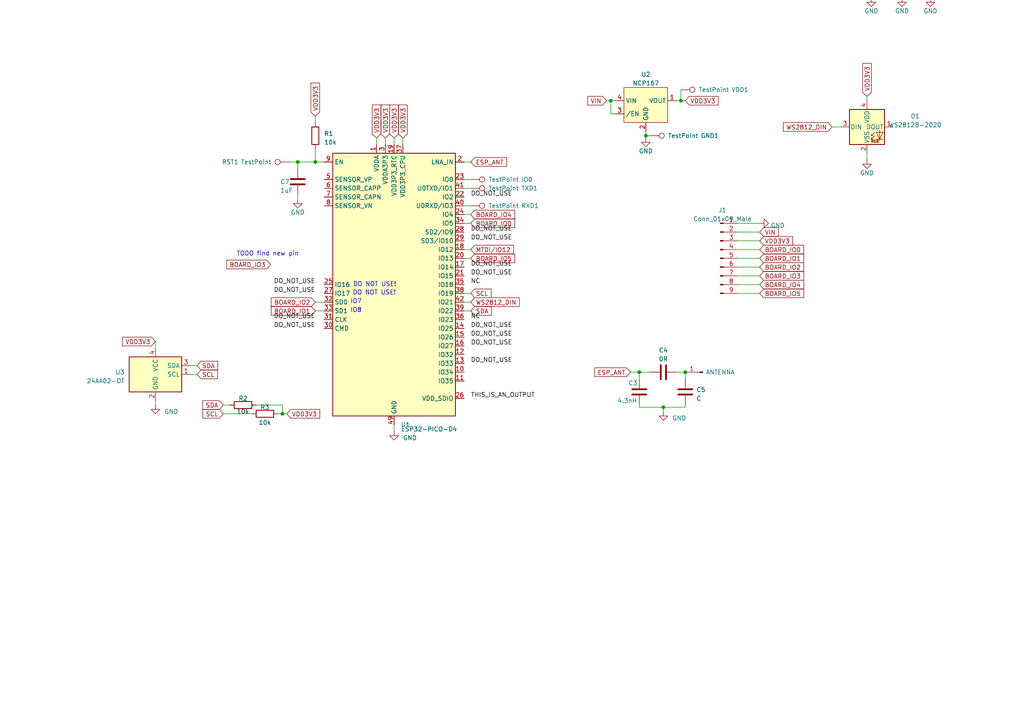
<source format=kicad_sch>
(kicad_sch (version 20220622) (generator eeschema)
  (paper "A4")
  (lib_symbols
    (symbol "Connector:Conn_01x01_Male" (pin_names (offset 1.016) hide)
      (property "Reference" "J" (at 0 2.54 0))
      (property "Value" "Conn_01x01_Male" (at 0 -2.54 0))
      (symbol "Conn_01x01_Male_1_1"
        (polyline (pts (xy 1.27 0) (xy 0.8636 0)) (stroke (width 0.1524)))
        (rectangle (start 0.8636 0.127) (end 0 -0.127) (stroke (width 0.1524)) (fill (type outline)))
        (pin passive line (at 5.08 0 180) (length 3.81) (name "Pin_1") (number "1"))
      )
    )
    (symbol "Connector:Conn_01x09_Male" (pin_names (offset 1.016) hide)
      (property "Reference" "J" (at 0 12.7 0))
      (property "Value" "Conn_01x09_Male" (at 0 -12.7 0))
      (symbol "Conn_01x09_Male_1_1"
        (polyline (pts (xy 1.27 -10.16) (xy 0.8636 -10.16)) (stroke (width 0.1524)))
        (polyline (pts (xy 1.27 -7.62) (xy 0.8636 -7.62)) (stroke (width 0.1524)))
        (polyline (pts (xy 1.27 -5.08) (xy 0.8636 -5.08)) (stroke (width 0.1524)))
        (polyline (pts (xy 1.27 -2.54) (xy 0.8636 -2.54)) (stroke (width 0.1524)))
        (polyline (pts (xy 1.27 0) (xy 0.8636 0)) (stroke (width 0.1524)))
        (polyline (pts (xy 1.27 2.54) (xy 0.8636 2.54)) (stroke (width 0.1524)))
        (polyline (pts (xy 1.27 5.08) (xy 0.8636 5.08)) (stroke (width 0.1524)))
        (polyline (pts (xy 1.27 7.62) (xy 0.8636 7.62)) (stroke (width 0.1524)))
        (polyline (pts (xy 1.27 10.16) (xy 0.8636 10.16)) (stroke (width 0.1524)))
        (rectangle (start 0.8636 -10.033) (end 0 -10.287) (stroke (width 0.1524)) (fill (type outline)))
        (rectangle (start 0.8636 -7.493) (end 0 -7.747) (stroke (width 0.1524)) (fill (type outline)))
        (rectangle (start 0.8636 -4.953) (end 0 -5.207) (stroke (width 0.1524)) (fill (type outline)))
        (rectangle (start 0.8636 -2.413) (end 0 -2.667) (stroke (width 0.1524)) (fill (type outline)))
        (rectangle (start 0.8636 0.127) (end 0 -0.127) (stroke (width 0.1524)) (fill (type outline)))
        (rectangle (start 0.8636 2.667) (end 0 2.413) (stroke (width 0.1524)) (fill (type outline)))
        (rectangle (start 0.8636 5.207) (end 0 4.953) (stroke (width 0.1524)) (fill (type outline)))
        (rectangle (start 0.8636 7.747) (end 0 7.493) (stroke (width 0.1524)) (fill (type outline)))
        (rectangle (start 0.8636 10.287) (end 0 10.033) (stroke (width 0.1524)) (fill (type outline)))
        (pin passive line (at 5.08 10.16 180) (length 3.81) (name "Pin_1") (number "1"))
        (pin passive line (at 5.08 7.62 180) (length 3.81) (name "Pin_2") (number "2"))
        (pin passive line (at 5.08 5.08 180) (length 3.81) (name "Pin_3") (number "3"))
        (pin passive line (at 5.08 2.54 180) (length 3.81) (name "Pin_4") (number "4"))
        (pin passive line (at 5.08 0 180) (length 3.81) (name "Pin_5") (number "5"))
        (pin passive line (at 5.08 -2.54 180) (length 3.81) (name "Pin_6") (number "6"))
        (pin passive line (at 5.08 -5.08 180) (length 3.81) (name "Pin_7") (number "7"))
        (pin passive line (at 5.08 -7.62 180) (length 3.81) (name "Pin_8") (number "8"))
        (pin passive line (at 5.08 -10.16 180) (length 3.81) (name "Pin_9") (number "9"))
      )
    )
    (symbol "Connector:TestPoint" (pin_numbers hide) (pin_names (offset 0.762) hide)
      (property "Reference" "TP" (at 0 6.858 0))
      (property "Value" "TestPoint" (at 0 5.08 0))
      (symbol "TestPoint_0_1"
        (circle (center 0 3.302) (radius 0.762))
      )
      (symbol "TestPoint_1_1"
        (pin passive line (at 0 0 90) (length 2.54) (name "1") (number "1"))
      )
    )
    (symbol "Device:C" (pin_numbers hide) (pin_names (offset 0.254))
      (property "Reference" "C" (at 0.635 2.54 0))
      (property "Value" "C" (at 0.635 -2.54 0))
      (symbol "C_0_1"
        (polyline (pts (xy -2.032 -0.762) (xy 2.032 -0.762)) (stroke (width 0.508)))
        (polyline (pts (xy -2.032 0.762) (xy 2.032 0.762)) (stroke (width 0.508)))
      )
      (symbol "C_1_1"
        (pin passive line (at 0 3.81 270) (length 2.794) (name "~") (number "1"))
        (pin passive line (at 0 -3.81 90) (length 2.794) (name "~") (number "2"))
      )
    )
    (symbol "Device:R" (pin_numbers hide) (pin_names (offset 0))
      (property "Reference" "R" (at 2.032 0 90))
      (property "Value" "R" (at 0 0 90))
      (symbol "R_0_1"
        (rectangle (start -1.016 -2.54) (end 1.016 2.54) (stroke (width 0.254)))
      )
      (symbol "R_1_1"
        (pin passive line (at 0 3.81 270) (length 1.27) (name "~") (number "1"))
        (pin passive line (at 0 -3.81 90) (length 1.27) (name "~") (number "2"))
      )
    )
    (symbol "LED:WS2812B-2020" (pin_names (offset 0.254))
      (property "Reference" "D" (at 5.08 5.715 0))
      (property "Value" "WS2812B-2020" (at 1.27 -5.715 0))
      (symbol "WS2812B-2020_0_0"
        (text "RGB" (at 2.286 -4.191 0) (effects (font (size 0.762 0.762))))
      )
      (symbol "WS2812B-2020_0_1"
        (polyline (pts (xy 1.27 -3.556) (xy 1.778 -3.556)))
        (polyline (pts (xy 1.27 -2.54) (xy 1.778 -2.54)))
        (polyline (pts (xy 4.699 -3.556) (xy 2.667 -3.556)))
        (polyline (pts (xy 2.286 -2.54) (xy 1.27 -3.556) (xy 1.27 -3.048)))
        (polyline (pts (xy 2.286 -1.524) (xy 1.27 -2.54) (xy 1.27 -2.032)))
        (polyline (pts (xy 3.683 -1.016) (xy 3.683 -3.556) (xy 3.683 -4.064)))
        (polyline (pts (xy 4.699 -1.524) (xy 2.667 -1.524) (xy 3.683 -3.556) (xy 4.699 -1.524)))
        (rectangle (start 5.08 5.08) (end -5.08 -5.08) (stroke (width 0.254)) (fill (type background)))
      )
      (symbol "WS2812B-2020_1_1"
        (pin output line (at 7.62 0 180) (length 2.54) (name "DOUT") (number "1"))
        (pin power_in line (at 0 -7.62 90) (length 2.54) (name "VSS") (number "2"))
        (pin input line (at -7.62 0 0) (length 2.54) (name "DIN") (number "3"))
        (pin power_in line (at 0 7.62 270) (length 2.54) (name "VDD") (number "4"))
      )
    )
    (symbol "Memory_EEPROM:24AA02-OT"
      (property "Reference" "U" (at -7.62 6.35 0))
      (property "Value" "24AA02-OT" (at 2.54 -6.35 0))
      (symbol "24AA02-OT_1_1"
        (rectangle (start -7.62 5.08) (end 7.62 -5.08) (stroke (width 0.254)) (fill (type background)))
        (pin input line (at 10.16 0 180) (length 2.54) (name "SCL") (number "1"))
        (pin power_in line (at 0 -7.62 90) (length 2.54) (name "GND") (number "2"))
        (pin bidirectional line (at 10.16 2.54 180) (length 2.54) (name "SDA") (number "3"))
        (pin power_in line (at 0 7.62 270) (length 2.54) (name "VCC") (number "4"))
        (pin no_connect line (at 7.62 -2.54 180) (length 2.54) hide (name "NC") (number "5"))
      )
    )
    (symbol "RF_Module:ESP32-PICO-D4"
      (property "Reference" "U" (at -17.78 39.37 0))
      (property "Value" "ESP32-PICO-D4" (at 3.81 39.37 0))
      (symbol "ESP32-PICO-D4_0_0"
        (pin power_in line (at -5.08 40.64 270) (length 2.54) (name "VDDA") (number "1"))
        (pin input line (at 20.32 -25.4 180) (length 2.54) (name "IO34") (number "10"))
        (pin input line (at 20.32 -27.94 180) (length 2.54) (name "IO35") (number "11"))
        (pin bidirectional line (at 20.32 -20.32 180) (length 2.54) (name "IO32") (number "12"))
        (pin bidirectional line (at 20.32 -22.86 180) (length 2.54) (name "IO33") (number "13"))
        (pin bidirectional line (at 20.32 -12.7 180) (length 2.54) (name "IO25") (number "14"))
        (pin bidirectional line (at 20.32 -15.24 180) (length 2.54) (name "IO26") (number "15"))
        (pin bidirectional line (at 20.32 -17.78 180) (length 2.54) (name "IO27") (number "16"))
        (pin bidirectional line (at 20.32 5.08 180) (length 2.54) (name "IO14") (number "17"))
        (pin bidirectional line (at 20.32 10.16 180) (length 2.54) (name "IO12") (number "18"))
        (pin power_in line (at 0 40.64 270) (length 2.54) (name "VDD3P3_RTC") (number "19"))
        (pin bidirectional line (at 20.32 35.56 180) (length 2.54) (name "LNA_IN") (number "2"))
        (pin bidirectional line (at 20.32 7.62 180) (length 2.54) (name "IO13") (number "20"))
        (pin bidirectional line (at 20.32 2.54 180) (length 2.54) (name "IO15") (number "21"))
        (pin bidirectional line (at 20.32 25.4 180) (length 2.54) (name "IO2") (number "22"))
        (pin bidirectional line (at 20.32 30.48 180) (length 2.54) (name "IO0") (number "23"))
        (pin bidirectional line (at 20.32 20.32 180) (length 2.54) (name "IO4") (number "24"))
        (pin bidirectional line (at -20.32 0 0) (length 2.54) (name "IO16") (number "25"))
        (pin power_out line (at 20.32 -33.02 180) (length 2.54) (name "VDD_SDIO") (number "26"))
        (pin bidirectional line (at -20.32 -2.54 0) (length 2.54) (name "IO17") (number "27"))
        (pin bidirectional line (at 20.32 15.24 180) (length 2.54) (name "SD2/IO9") (number "28"))
        (pin bidirectional line (at 20.32 12.7 180) (length 2.54) (name "SD3/IO10") (number "29"))
        (pin power_in line (at -2.54 40.64 270) (length 2.54) (name "VDDA3P3") (number "3"))
        (pin bidirectional line (at -20.32 -12.7 0) (length 2.54) (name "CMD") (number "30"))
        (pin bidirectional line (at -20.32 -10.16 0) (length 2.54) (name "CLK") (number "31"))
        (pin bidirectional line (at -20.32 -5.08 0) (length 2.54) (name "SD0") (number "32"))
        (pin bidirectional line (at -20.32 -7.62 0) (length 2.54) (name "SD1") (number "33"))
        (pin bidirectional line (at 20.32 17.78 180) (length 2.54) (name "IO5") (number "34"))
        (pin bidirectional line (at 20.32 0 180) (length 2.54) (name "IO18") (number "35"))
        (pin bidirectional line (at 20.32 -10.16 180) (length 2.54) (name "IO23") (number "36"))
        (pin power_in line (at 2.54 40.64 270) (length 2.54) (name "VDD3P3_CPU") (number "37"))
        (pin bidirectional line (at 20.32 -2.54 180) (length 2.54) (name "IO19") (number "38"))
        (pin bidirectional line (at 20.32 -7.62 180) (length 2.54) (name "IO22") (number "39"))
        (pin passive line (at -2.54 40.64 270) (length 2.54) hide (name "VDDA3P3") (number "4"))
        (pin bidirectional line (at 20.32 22.86 180) (length 2.54) (name "U0RXD/IO3") (number "40"))
        (pin bidirectional line (at 20.32 27.94 180) (length 2.54) (name "U0TXD/IO1") (number "41"))
        (pin bidirectional line (at 20.32 -5.08 180) (length 2.54) (name "IO21") (number "42"))
        (pin passive line (at -5.08 40.64 270) (length 2.54) hide (name "VDDA") (number "43"))
        (pin no_connect line (at -17.78 -25.4 0) (length 2.54) hide (name "XTAL_N_NC") (number "44"))
        (pin no_connect line (at -17.78 -27.94 0) (length 2.54) hide (name "XTAL_P_NC") (number "45"))
        (pin passive line (at -5.08 40.64 270) (length 2.54) hide (name "VDDA") (number "46"))
        (pin no_connect line (at -17.78 -30.48 0) (length 2.54) hide (name "CAP2_NC") (number "47"))
        (pin no_connect line (at -17.78 -33.02 0) (length 2.54) hide (name "CAP1_NC") (number "48"))
        (pin power_in line (at 0 -40.64 90) (length 2.54) (name "GND") (number "49"))
        (pin input line (at -20.32 30.48 0) (length 2.54) (name "SENSOR_VP") (number "5"))
        (pin input line (at -20.32 27.94 0) (length 2.54) (name "SENSOR_CAPP") (number "6"))
        (pin input line (at -20.32 25.4 0) (length 2.54) (name "SENSOR_CAPN") (number "7"))
        (pin input line (at -20.32 22.86 0) (length 2.54) (name "SENSOR_VN") (number "8"))
        (pin input line (at -20.32 35.56 0) (length 2.54) (name "EN") (number "9"))
      )
      (symbol "ESP32-PICO-D4_0_1"
        (rectangle (start -17.78 38.1) (end 17.78 -38.1) (stroke (width 0.254)) (fill (type background)))
      )
    )
    (symbol "Regulator_Linear:NCP167"
      (property "Reference" "U5" (at 8.89 6.35 0))
      (property "Value" "NCP167" (at 8.89 5.08 0))
      (symbol "NCP167_0_1"
        (rectangle (start 2.54 3.81) (end 15.24 -6.35) (fill (type background)))
      )
      (symbol "NCP167_1_1"
        (pin power_out line (at 17.78 0 180) (length 2.54) (name "VOUT") (number "1"))
        (pin passive line (at 8.89 -8.89 90) (length 2.54) (name "GND") (number "2"))
        (pin input line (at 0 -3.81 0) (length 2.54) (name "/EN") (number "3"))
        (pin power_in line (at 0 0 0) (length 2.54) (name "VIN") (number "4"))
      )
    )
    (symbol "power:GND" (power) (pin_names (offset 0))
      (property "Value" "GND" (at 0 -3.81 0))
      (symbol "GND_0_1"
        (polyline (pts (xy 0 0) (xy 0 -1.27) (xy 1.27 -1.27) (xy 0 -2.54) (xy -1.27 -1.27) (xy 0 -1.27)))
      )
      (symbol "GND_1_1"
        (pin power_in line (at 0 0 270) (length 0) hide (name "GND") (number "1"))
      )
    )
  )
  (junction (at 192.405 118.11))
  (junction (at 177.165 29.21))
  (junction (at 185.42 107.95))
  (junction (at 198.755 107.95))
  (junction (at 261.62 -10.16))
  (junction (at 86.36 46.99))
  (junction (at 197.485 29.21))
  (junction (at 91.44 46.99))
  (junction (at 187.325 39.37))
  (junction (at 81.915 120.015))
  (junction (at 252.73 -10.16))
  (wire (pts (xy 197.485 26.035) (xy 197.485 29.21)))
  (wire (pts (xy 55.245 108.585) (xy 57.15 108.585)))
  (wire (pts (xy 174.625 -10.795) (xy 174.625 -9.525)))
  (wire (pts (xy 134.62 46.99) (xy 136.525 46.99)))
  (wire (pts (xy 223.52 -18.415) (xy 224.79 -18.415)))
  (wire (pts (xy 175.895 29.21) (xy 177.165 29.21)))
  (wire (pts (xy 91.44 33.655) (xy 91.44 35.56)))
  (wire (pts (xy 86.36 56.515) (xy 86.36 57.785)))
  (wire (pts (xy 134.62 62.23) (xy 136.525 62.23)))
  (wire (pts (xy 165.735 -10.795) (xy 165.735 -9.525)))
  (wire (pts (xy 251.46 44.45) (xy 251.46 46.355)))
  (wire (pts (xy 134.62 90.17) (xy 136.525 90.17)))
  (wire (pts (xy 269.875 -1.905) (xy 269.875 -0.635)))
  (wire (pts (xy 91.44 43.18) (xy 91.44 46.99)))
  (wire (pts (xy 111.76 40.005) (xy 111.76 41.91)))
  (wire (pts (xy 187.325 39.37) (xy 188.595 39.37)))
  (wire (pts (xy 114.3 40.005) (xy 114.3 41.91)))
  (wire (pts (xy 134.62 64.77) (xy 136.525 64.77)))
  (wire (pts (xy 198.755 118.11) (xy 198.755 117.475)))
  (wire (pts (xy 178.435 33.02) (xy 177.165 33.02)))
  (wire (pts (xy 177.165 33.02) (xy 177.165 29.21)))
  (wire (pts (xy 187.325 38.1) (xy 187.325 39.37)))
  (wire (pts (xy 91.44 87.63) (xy 93.98 87.63)))
  (wire (pts (xy 213.995 69.85) (xy 220.345 69.85)))
  (wire (pts (xy 134.62 85.09) (xy 136.525 85.09)))
  (wire (pts (xy 251.46 27.94) (xy 251.46 29.21)))
  (wire (pts (xy 261.62 -1.905) (xy 261.62 -0.635)))
  (wire (pts (xy 185.42 107.95) (xy 188.595 107.95)))
  (wire (pts (xy 185.42 117.475) (xy 185.42 118.11)))
  (wire (pts (xy 241.3 36.83) (xy 243.84 36.83)))
  (wire (pts (xy 208.915 -10.795) (xy 208.915 -9.525)))
  (wire (pts (xy 134.62 87.63) (xy 136.525 87.63)))
  (wire (pts (xy 86.36 46.99) (xy 86.36 48.895)))
  (wire (pts (xy 213.995 85.09) (xy 220.345 85.09)))
  (wire (pts (xy 134.62 54.61) (xy 136.525 54.61)))
  (wire (pts (xy 64.77 117.475) (xy 66.675 117.475)))
  (wire (pts (xy 196.215 107.95) (xy 198.755 107.95)))
  (wire (pts (xy 213.995 72.39) (xy 220.345 72.39)))
  (wire (pts (xy 182.88 107.95) (xy 185.42 107.95)))
  (wire (pts (xy 173.355 -18.415) (xy 174.625 -18.415)))
  (wire (pts (xy 252.73 -10.16) (xy 252.73 -9.525)))
  (wire (pts (xy 164.465 -18.415) (xy 165.735 -18.415)))
  (wire (pts (xy 213.995 82.55) (xy 220.345 82.55)))
  (wire (pts (xy 91.44 90.17) (xy 93.98 90.17)))
  (wire (pts (xy 213.995 77.47) (xy 220.345 77.47)))
  (wire (pts (xy 81.915 117.475) (xy 81.915 120.015)))
  (wire (pts (xy 116.84 40.005) (xy 116.84 41.91)))
  (wire (pts (xy 207.645 -18.415) (xy 208.915 -18.415)))
  (wire (pts (xy 213.995 67.31) (xy 220.345 67.31)))
  (wire (pts (xy 192.405 118.11) (xy 192.405 119.38)))
  (wire (pts (xy 83.82 46.99) (xy 86.36 46.99)))
  (wire (pts (xy 213.995 74.93) (xy 220.345 74.93)))
  (wire (pts (xy 74.295 117.475) (xy 81.915 117.475)))
  (wire (pts (xy 252.73 -10.16) (xy 261.62 -10.16)))
  (wire (pts (xy 64.77 120.015) (xy 73.025 120.015)))
  (wire (pts (xy 192.405 118.11) (xy 198.755 118.11)))
  (wire (pts (xy 134.62 59.69) (xy 136.525 59.69)))
  (wire (pts (xy 213.995 64.77) (xy 220.345 64.77)))
  (wire (pts (xy 261.62 -10.16) (xy 261.62 -9.525)))
  (wire (pts (xy 80.645 120.015) (xy 81.915 120.015)))
  (wire (pts (xy 187.325 39.37) (xy 187.325 40.005)))
  (wire (pts (xy 109.22 40.005) (xy 109.22 41.91)))
  (wire (pts (xy 177.165 29.21) (xy 178.435 29.21)))
  (wire (pts (xy 198.755 107.95) (xy 198.755 109.855)))
  (wire (pts (xy 251.46 -10.16) (xy 252.73 -10.16)))
  (wire (pts (xy 252.73 -1.905) (xy 252.73 -0.635)))
  (wire (pts (xy 269.875 -10.16) (xy 269.875 -9.525)))
  (wire (pts (xy 134.62 52.07) (xy 136.525 52.07)))
  (wire (pts (xy 86.36 46.99) (xy 91.44 46.99)))
  (wire (pts (xy 45.085 99.06) (xy 45.085 100.965)))
  (wire (pts (xy 81.915 120.015) (xy 83.185 120.015)))
  (wire (pts (xy 196.215 29.21) (xy 197.485 29.21)))
  (wire (pts (xy 45.085 116.205) (xy 45.085 117.475)))
  (wire (pts (xy 91.44 46.99) (xy 93.98 46.99)))
  (wire (pts (xy 197.485 29.21) (xy 198.755 29.21)))
  (wire (pts (xy 114.3 123.19) (xy 114.3 125.095)))
  (wire (pts (xy 213.995 80.01) (xy 220.345 80.01)))
  (wire (pts (xy 134.62 74.93) (xy 136.525 74.93)))
  (wire (pts (xy 185.42 107.95) (xy 185.42 109.855)))
  (wire (pts (xy 185.42 118.11) (xy 192.405 118.11)))
  (wire (pts (xy 134.62 72.39) (xy 136.525 72.39)))
  (wire (pts (xy 261.62 -10.16) (xy 269.875 -10.16)))
  (wire (pts (xy 224.79 -10.795) (xy 224.79 -9.525)))
  (wire (pts (xy 55.245 106.045) (xy 57.15 106.045)))
  (text "IO8" (at 101.6 90.805 0) (effects (font (size 1.27 1.27)) (justify left bottom)))
  (text "DO NOT USE!" (at 102.362 83.312 0) (effects (font (size 1.27 1.27)) (justify left bottom)))
  (text "DO NOT USE!" (at 102.235 85.725 0) (effects (font (size 1.27 1.27)) (justify left bottom)))
  (text "IO7" (at 101.6 88.265 0) (effects (font (size 1.27 1.27)) (justify left bottom)))
  (text "TODO find new pin\n" (at 68.58 74.422 0) (effects (font (size 1.27 1.27)) (justify left bottom)))
  (label "DO_NOT_USE" (at 136.525 77.47 0))
  (label "NC" (at 136.525 82.55 0))
  (label "DO_NOT_USE" (at 136.525 67.31 0))
  (label "DO_NOT_USE" (at 136.525 100.33 0))
  (label "DO_NOT_USE" (at 136.525 105.41 0))
  (label "DO_NOT_USE" (at 136.525 57.15 0))
  (label "DO_NOT_USE" (at 136.525 69.85 0))
  (label "DO_NOT_USE" (at 136.525 80.01 0))
  (label "NC" (at 136.525 92.71 0))
  (label "THIS_IS_AN_OUTPUT" (at 136.525 115.57 0))
  (label "DO_NOT_USE" (at 91.44 82.55 0))
  (label "DO_NOT_USE" (at 136.525 97.79 0))
  (label "DO_NOT_USE" (at 91.44 85.09 0))
  (label "DO_NOT_USE" (at 91.44 92.71 0))
  (label "DO_NOT_USE" (at 136.525 95.25 0))
  (label "DO_NOT_USE" (at 91.44 95.25 0))
  (global_label "VDD3V3" (shape input) (at 220.345 69.85 0) (property "Intersheetrefs" "${INTERSHEET_REFS}" (effects hide)))
  (global_label "VIN" (shape input) (at 173.355 -18.415 180) (property "Intersheetrefs" "${INTERSHEET_REFS}" (effects hide)))
  (global_label "SDA" (shape input) (at 64.77 117.475 180) (property "Intersheetrefs" "${INTERSHEET_REFS}" (effects hide)))
  (global_label "BOARD_IO2" (shape input) (at 220.345 77.47 0) (property "Intersheetrefs" "${INTERSHEET_REFS}" (effects hide)))
  (global_label "SDA" (shape input) (at 136.525 90.17 0) (property "Intersheetrefs" "${INTERSHEET_REFS}" (effects hide)))
  (global_label "VIN" (shape input) (at 175.895 29.21 180) (property "Intersheetrefs" "${INTERSHEET_REFS}" (effects hide)))
  (global_label "BOARD_IO0" (shape input) (at 136.525 64.77 0) (property "Intersheetrefs" "${INTERSHEET_REFS}" (effects hide)))
  (global_label "VIN" (shape input) (at 164.465 -18.415 180) (property "Intersheetrefs" "${INTERSHEET_REFS}" (effects hide)))
  (global_label "BOARD_IO5" (shape input) (at 136.525 74.93 0) (property "Intersheetrefs" "${INTERSHEET_REFS}" (effects hide)))
  (global_label "SCL" (shape input) (at 136.525 85.09 0) (property "Intersheetrefs" "${INTERSHEET_REFS}" (effects hide)))
  (global_label "MTDI{slash}IO12" (shape input) (at 136.525 72.39 0) (property "Intersheetrefs" "${INTERSHEET_REFS}" (effects hide)))
  (global_label "VDD3V3" (shape input) (at 114.3 40.005 90) (property "Intersheetrefs" "${INTERSHEET_REFS}" (effects hide)))
  (global_label "VDD3V3" (shape input) (at 207.645 -18.415 180) (property "Intersheetrefs" "${INTERSHEET_REFS}" (effects hide)))
  (global_label "BOARD_IO0" (shape input) (at 220.345 72.39 0) (property "Intersheetrefs" "${INTERSHEET_REFS}" (effects hide)))
  (global_label "BOARD_IO3" (shape input) (at 78.486 76.708 180) (property "Intersheetrefs" "${INTERSHEET_REFS}" (effects hide)))
  (global_label "ESP_ANT" (shape input) (at 136.525 46.99 0) (property "Intersheetrefs" "${INTERSHEET_REFS}" (effects hide)))
  (global_label "BOARD_IO3" (shape input) (at 220.345 80.01 0) (property "Intersheetrefs" "${INTERSHEET_REFS}" (effects hide)))
  (global_label "BOARD_IO4" (shape input) (at 220.345 82.55 0) (property "Intersheetrefs" "${INTERSHEET_REFS}" (effects hide)))
  (global_label "BOARD_IO1" (shape input) (at 91.44 90.17 180) (property "Intersheetrefs" "${INTERSHEET_REFS}" (effects hide)))
  (global_label "WS2812_DIN" (shape input) (at 241.3 36.83 180) (property "Intersheetrefs" "${INTERSHEET_REFS}" (effects hide)))
  (global_label "SCL" (shape input) (at 64.77 120.015 180) (property "Intersheetrefs" "${INTERSHEET_REFS}" (effects hide)))
  (global_label "BOARD_IO4" (shape input) (at 136.525 62.23 0) (property "Intersheetrefs" "${INTERSHEET_REFS}" (effects hide)))
  (global_label "VDD3V3" (shape input) (at 116.84 40.005 90) (property "Intersheetrefs" "${INTERSHEET_REFS}" (effects hide)))
  (global_label "BOARD_IO5" (shape input) (at 220.345 85.09 0) (property "Intersheetrefs" "${INTERSHEET_REFS}" (effects hide)))
  (global_label "SCL" (shape input) (at 57.15 108.585 0) (property "Intersheetrefs" "${INTERSHEET_REFS}" (effects hide)))
  (global_label "ESP_ANT" (shape input) (at 182.88 107.95 180) (property "Intersheetrefs" "${INTERSHEET_REFS}" (effects hide)))
  (global_label "BOARD_IO2" (shape input) (at 91.44 87.63 180) (property "Intersheetrefs" "${INTERSHEET_REFS}" (effects hide)))
  (global_label "VDD3V3" (shape input) (at 223.52 -18.415 180) (property "Intersheetrefs" "${INTERSHEET_REFS}" (effects hide)))
  (global_label "VDD3V3" (shape input) (at 109.22 40.005 90) (property "Intersheetrefs" "${INTERSHEET_REFS}" (effects hide)))
  (global_label "BOARD_IO1" (shape input) (at 220.345 74.93 0) (property "Intersheetrefs" "${INTERSHEET_REFS}" (effects hide)))
  (global_label "VIN" (shape input) (at 220.345 67.31 0) (property "Intersheetrefs" "${INTERSHEET_REFS}" (effects hide)))
  (global_label "VDD3V3" (shape input) (at 198.755 29.21 0) (property "Intersheetrefs" "${INTERSHEET_REFS}" (effects hide)))
  (global_label "SDA" (shape input) (at 57.15 106.045 0) (property "Intersheetrefs" "${INTERSHEET_REFS}" (effects hide)))
  (global_label "VDD3V3" (shape input) (at 45.085 99.06 180) (property "Intersheetrefs" "${INTERSHEET_REFS}" (effects hide)))
  (global_label "WS2812_DIN" (shape input) (at 136.525 87.63 0) (property "Intersheetrefs" "${INTERSHEET_REFS}" (effects hide)))
  (global_label "VDD3V3" (shape input) (at 111.76 40.005 90) (property "Intersheetrefs" "${INTERSHEET_REFS}" (effects hide)))
  (global_label "VDD3V3" (shape input) (at 251.46 27.94 90) (property "Intersheetrefs" "${INTERSHEET_REFS}" (effects hide)))
  (global_label "VDD3V3" (shape input) (at 251.46 -10.16 180) (property "Intersheetrefs" "${INTERSHEET_REFS}" (effects hide)))
  (global_label "VDD3V3" (shape input) (at 83.185 120.015 0) (property "Intersheetrefs" "${INTERSHEET_REFS}" (effects hide)))
  (global_label "VDD3V3" (shape input) (at 91.44 33.655 90) (property "Intersheetrefs" "${INTERSHEET_REFS}" (effects hide)))
  (symbol (lib_id "Device:C") (at 261.62 -5.715 0) (unit 1)
    (default_instance (reference "U") (unit 1) (value "") (footprint ""))
    (property "Reference" "C10" (at 256.54 -5.715 0) (effects (justify left)))
    (property "Value" "100nF" (at 256.54 -3.175 0) (effects (justify left)))
    (property "Footprint" "Capacitor_SMD:C_0402_1005Metric" (effects hide))
  )
  (symbol (lib_id "Connector:TestPoint") (at 136.525 52.07 270) (unit 1)
    (default_instance (reference "U") (unit 1) (value "") (footprint ""))
    (property "Reference" "IO0" (at 151.13 52.07 90) (effects (justify left)))
    (property "Value" "TestPoint" (at 141.605 52.07 90) (effects (justify left)))
    (property "Footprint" "TestPoint:TestPoint_Pad_D1.0mm" (effects hide))
  )
  (symbol (lib_id "power:GND") (at 192.405 119.38 0) (unit 1)
    (default_instance (reference "U") (unit 1) (value "") (footprint ""))
    (property "Reference" "#PWR0106" (effects hide))
    (property "Value" "GND" (at 194.945 121.285 0) (effects (justify left)))
  )
  (symbol (lib_id "power:GND") (at 165.735 -9.525 0) (unit 1)
    (default_instance (reference "U") (unit 1) (value "") (footprint ""))
    (property "Reference" "#PWR0104" (effects hide))
    (property "Value" "GND" (at 165.735 -5.715 0))
  )
  (symbol (lib_id "Device:C") (at 269.875 -5.715 0) (unit 1)
    (default_instance (reference "U") (unit 1) (value "") (footprint ""))
    (property "Reference" "C11" (at 264.795 -5.715 0) (effects (justify left)))
    (property "Value" "100nF" (at 264.795 -3.175 0) (effects (justify left)))
    (property "Footprint" "Capacitor_SMD:C_0402_1005Metric" (effects hide))
  )
  (symbol (lib_id "power:GND") (at 251.46 46.355 0) (unit 1)
    (default_instance (reference "U") (unit 1) (value "") (footprint ""))
    (property "Reference" "#PWR0107" (effects hide))
    (property "Value" "GND" (at 251.46 50.165 0))
  )
  (symbol (lib_id "Memory_EEPROM:24AA02-OT") (at 45.085 108.585 0) (unit 1)
    (default_instance (reference "U") (unit 1) (value "") (footprint ""))
    (property "Reference" "U3" (at 36.195 107.95 0) (effects (justify right)))
    (property "Value" "24AA02-OT" (at 36.195 110.49 0) (effects (justify right)))
    (property "Footprint" "Package_TO_SOT_SMD:SOT-23-5" (effects hide))
    (property "Datasheet" "http://ww1.microchip.com/downloads/en/DeviceDoc/21709J.pdf" (effects hide))
  )
  (symbol (lib_id "Device:R") (at 76.835 120.015 90) (unit 1)
    (default_instance (reference "U") (unit 1) (value "") (footprint ""))
    (property "Reference" "R3" (at 76.835 118.11 90))
    (property "Value" "10k" (at 76.835 122.555 90))
    (property "Footprint" "Resistor_SMD:R_0402_1005Metric" (effects hide))
  )
  (symbol (lib_id "Device:C") (at 192.405 107.95 90) (unit 1)
    (default_instance (reference "U") (unit 1) (value "") (footprint ""))
    (property "Reference" "C4" (at 192.405 101.6 90))
    (property "Value" "0R" (at 192.405 104.14 90))
    (property "Footprint" "Capacitor_SMD:C_0402_1005Metric" (effects hide))
  )
  (symbol (lib_id "Connector:TestPoint") (at 83.82 46.99 90) (unit 1)
    (default_instance (reference "U") (unit 1) (value "") (footprint ""))
    (property "Reference" "RST1" (at 69.215 46.99 90) (effects (justify left)))
    (property "Value" "TestPoint" (at 78.74 46.99 90) (effects (justify left)))
    (property "Footprint" "TestPoint:TestPoint_Pad_D1.0mm" (effects hide))
  )
  (symbol (lib_id "Connector:TestPoint") (at 188.595 39.37 270) (unit 1)
    (default_instance (reference "U") (unit 1) (value "") (footprint ""))
    (property "Reference" "GND1" (at 203.2 39.37 90) (effects (justify left)))
    (property "Value" "TestPoint" (at 193.675 39.37 90) (effects (justify left)))
    (property "Footprint" "TestPoint:TestPoint_Pad_D1.0mm" (effects hide))
  )
  (symbol (lib_id "Device:C") (at 165.735 -14.605 0) (unit 1)
    (default_instance (reference "U") (unit 1) (value "") (footprint ""))
    (property "Reference" "C1" (at 160.655 -14.605 0) (effects (justify left)))
    (property "Value" "1uF" (at 160.655 -12.065 0) (effects (justify left)))
    (property "Footprint" "Capacitor_SMD:C_0402_1005Metric" (effects hide))
  )
  (symbol (lib_id "Device:R") (at 91.44 39.37 0) (unit 1)
    (default_instance (reference "U") (unit 1) (value "") (footprint ""))
    (property "Reference" "R1" (at 93.98 38.735 0) (effects (justify left)))
    (property "Value" "10k" (at 93.98 41.275 0) (effects (justify left)))
    (property "Footprint" "Resistor_SMD:R_0402_1005Metric" (effects hide))
  )
  (symbol (lib_id "Device:C") (at 185.42 113.665 0) (unit 1)
    (default_instance (reference "U") (unit 1) (value "") (footprint ""))
    (property "Reference" "C3" (at 182.245 111.125 0) (effects (justify left)))
    (property "Value" "4.3nH" (at 179.07 116.205 0) (effects (justify left)))
    (property "Footprint" "Capacitor_SMD:C_0402_1005Metric" (effects hide))
  )
  (symbol (lib_id "power:GND") (at 261.62 -0.635 0) (unit 1)
    (default_instance (reference "U") (unit 1) (value "") (footprint ""))
    (property "Reference" "#PWR0112" (effects hide))
    (property "Value" "GND" (at 261.62 3.175 0))
  )
  (symbol (lib_id "Device:C") (at 224.79 -14.605 0) (unit 1)
    (default_instance (reference "U") (unit 1) (value "") (footprint ""))
    (property "Reference" "C6" (at 219.71 -14.605 0) (effects (justify left)))
    (property "Value" "10uF" (at 219.71 -12.065 0) (effects (justify left)))
    (property "Footprint" "Capacitor_SMD:C_0402_1005Metric" (effects hide))
  )
  (symbol (lib_id "Connector:TestPoint") (at 197.485 26.035 270) (unit 1)
    (default_instance (reference "U") (unit 1) (value "") (footprint ""))
    (property "Reference" "VDD1" (at 212.09 26.035 90) (effects (justify left)))
    (property "Value" "TestPoint" (at 202.565 26.035 90) (effects (justify left)))
    (property "Footprint" "TestPoint:TestPoint_Pad_D1.0mm" (effects hide))
  )
  (symbol (lib_id "power:GND") (at 45.085 117.475 0) (unit 1)
    (default_instance (reference "U") (unit 1) (value "") (footprint ""))
    (property "Reference" "#PWR0114" (effects hide))
    (property "Value" "GND" (at 47.625 119.38 0) (effects (justify left)))
  )
  (symbol (lib_id "Device:C") (at 198.755 113.665 180) (unit 1)
    (default_instance (reference "U") (unit 1) (value "") (footprint ""))
    (property "Reference" "C5" (at 201.955 113.03 0) (effects (justify right)))
    (property "Value" "C" (at 201.955 115.57 0) (effects (justify right)))
    (property "Footprint" "Inductor_SMD:L_0402_1005Metric" (effects hide))
  )
  (symbol (lib_id "Device:C") (at 208.915 -14.605 0) (unit 1)
    (default_instance (reference "U") (unit 1) (value "") (footprint ""))
    (property "Reference" "C2" (at 203.835 -14.605 0) (effects (justify left)))
    (property "Value" "1uF" (at 203.835 -12.065 0) (effects (justify left)))
    (property "Footprint" "Capacitor_SMD:C_0402_1005Metric" (effects hide))
  )
  (symbol (lib_id "power:GND") (at 224.79 -9.525 0) (unit 1)
    (default_instance (reference "U") (unit 1) (value "") (footprint ""))
    (property "Reference" "#PWR0108" (effects hide))
    (property "Value" "GND" (at 224.79 -5.715 0))
  )
  (symbol (lib_id "Connector:TestPoint") (at 136.525 54.61 270) (unit 1)
    (default_instance (reference "U") (unit 1) (value "") (footprint ""))
    (property "Reference" "TXD1" (at 151.13 54.61 90) (effects (justify left)))
    (property "Value" "TestPoint" (at 141.605 54.61 90) (effects (justify left)))
    (property "Footprint" "TestPoint:TestPoint_Pad_D1.0mm" (effects hide))
  )
  (symbol (lib_id "Connector:Conn_01x01_Male") (at 203.835 107.95 180) (unit 1)
    (default_instance (reference "U") (unit 1) (value "") (footprint ""))
    (property "Reference" "J2" (effects hide))
    (property "Value" "ANTENNA" (at 208.915 107.95 0))
    (property "Footprint" "my-stuff:antenna_molex_479480001" (effects hide))
  )
  (symbol (lib_id "Device:R") (at 70.485 117.475 90) (unit 1)
    (default_instance (reference "U") (unit 1) (value "") (footprint ""))
    (property "Reference" "R2" (at 70.485 115.57 90))
    (property "Value" "10k" (at 70.485 119.38 90))
    (property "Footprint" "Resistor_SMD:R_0402_1005Metric" (effects hide))
  )
  (symbol (lib_id "power:GND") (at 187.325 40.005 0) (unit 1)
    (default_instance (reference "U") (unit 1) (value "") (footprint ""))
    (property "Reference" "#PWR0103" (effects hide))
    (property "Value" "GND" (at 187.325 43.815 0))
  )
  (symbol (lib_id "LED:WS2812B-2020") (at 251.46 36.83 0) (unit 1) (in_bom no)
    (default_instance (reference "U") (unit 1) (value "") (footprint ""))
    (property "Reference" "D1" (at 265.43 33.7059 0))
    (property "Value" "WS2812B-2020" (at 265.43 36.2459 0))
    (property "Footprint" "my-stuff:ws2812b-2020" (effects hide))
    (property "Datasheet" "https://cdn-shop.adafruit.com/datasheets/WS2812B.pdf" (effects hide))
  )
  (symbol (lib_id "Device:C") (at 252.73 -5.715 0) (unit 1)
    (default_instance (reference "U") (unit 1) (value "") (footprint ""))
    (property "Reference" "C9" (at 247.65 -5.715 0) (effects (justify left)))
    (property "Value" "100nF" (at 247.65 -3.175 0) (effects (justify left)))
    (property "Footprint" "Capacitor_SMD:C_0402_1005Metric" (effects hide))
  )
  (symbol (lib_id "power:GND") (at 220.345 64.77 90) (unit 1)
    (default_instance (reference "U") (unit 1) (value "") (footprint ""))
    (property "Reference" "#PWR0101" (effects hide))
    (property "Value" "GND" (at 223.52 65.405 90) (effects (justify right)))
  )
  (symbol (lib_id "power:GND") (at 114.3 125.095 0) (unit 1)
    (default_instance (reference "U") (unit 1) (value "") (footprint ""))
    (property "Reference" "#PWR0102" (effects hide))
    (property "Value" "GND" (at 116.84 127 0) (effects (justify left)))
  )
  (symbol (lib_id "Device:C") (at 86.36 52.705 0) (unit 1)
    (default_instance (reference "U") (unit 1) (value "") (footprint ""))
    (property "Reference" "C7" (at 81.28 52.705 0) (effects (justify left)))
    (property "Value" "1uF" (at 81.28 55.245 0) (effects (justify left)))
    (property "Footprint" "Capacitor_SMD:C_0402_1005Metric" (effects hide))
  )
  (symbol (lib_id "power:GND") (at 174.625 -9.525 0) (unit 1)
    (default_instance (reference "U") (unit 1) (value "") (footprint ""))
    (property "Reference" "#PWR0111" (effects hide))
    (property "Value" "GND" (at 174.625 -5.715 0))
  )
  (symbol (lib_id "power:GND") (at 252.73 -0.635 0) (unit 1)
    (default_instance (reference "U") (unit 1) (value "") (footprint ""))
    (property "Reference" "#PWR0109" (effects hide))
    (property "Value" "GND" (at 252.73 3.175 0))
  )
  (symbol (lib_id "power:GND") (at 86.36 57.785 0) (unit 1)
    (default_instance (reference "U") (unit 1) (value "") (footprint ""))
    (property "Reference" "#PWR0110" (effects hide))
    (property "Value" "GND" (at 86.36 61.595 0))
  )
  (symbol (lib_id "Connector:Conn_01x09_Male") (at 208.915 74.93 0) (unit 1)
    (default_instance (reference "U") (unit 1) (value "") (footprint ""))
    (property "Reference" "J1" (at 209.55 60.96 0))
    (property "Value" "Conn_01x09_Male" (at 209.55 63.5 0))
    (property "Footprint" "my-stuff:inwall-relay-cpu" (effects hide))
  )
  (symbol (lib_id "Regulator_Linear:NCP167") (at 178.435 29.21 0) (unit 1) (in_bom no)
    (default_instance (reference "U") (unit 1) (value "") (footprint ""))
    (property "Reference" "U2" (at 187.325 21.59 0))
    (property "Value" "NCP167" (at 187.325 24.13 0))
    (property "Footprint" "Package_DFN_QFN:OnSemi_XDFN4-1EP_1.0x1.0mm_EP0.52x0.52mm" (effects hide))
  )
  (symbol (lib_id "Device:C") (at 174.625 -14.605 0) (unit 1)
    (default_instance (reference "U") (unit 1) (value "") (footprint ""))
    (property "Reference" "C8" (at 169.545 -14.605 0) (effects (justify left)))
    (property "Value" "10uF" (at 169.545 -12.065 0) (effects (justify left)))
    (property "Footprint" "Capacitor_SMD:C_0402_1005Metric" (effects hide))
  )
  (symbol (lib_id "RF_Module:ESP32-PICO-D4") (at 114.3 82.55 0) (unit 1)
    (default_instance (reference "U") (unit 1) (value "") (footprint ""))
    (property "Reference" "U1" (at 116.2559 123.19 0) (effects (justify left)))
    (property "Value" "ESP32-PICO-D4" (at 116.2559 124.46 0) (effects (justify left)))
    (property "Footprint" "Package_DFN_QFN:QFN-48-1EP_7x7mm_P0.5mm_EP5.3x5.3mm" (effects hide))
    (property "Datasheet" "https://www.espressif.com/sites/default/files/documentation/esp32-pico-d4_datasheet_en.pdf" (effects hide))
  )
  (symbol (lib_id "power:GND") (at 269.875 -0.635 0) (unit 1)
    (default_instance (reference "U") (unit 1) (value "") (footprint ""))
    (property "Reference" "#PWR0113" (effects hide))
    (property "Value" "GND" (at 269.875 3.175 0))
  )
  (symbol (lib_id "power:GND") (at 208.915 -9.525 0) (unit 1)
    (default_instance (reference "U") (unit 1) (value "") (footprint ""))
    (property "Reference" "#PWR0105" (effects hide))
    (property "Value" "GND" (at 208.915 -5.715 0))
  )
  (symbol (lib_id "Connector:TestPoint") (at 136.525 59.69 270) (unit 1)
    (default_instance (reference "U") (unit 1) (value "") (footprint ""))
    (property "Reference" "RXD1" (at 151.13 59.69 90) (effects (justify left)))
    (property "Value" "TestPoint" (at 141.605 59.69 90) (effects (justify left)))
    (property "Footprint" "TestPoint:TestPoint_Pad_D1.0mm" (effects hide))
  )
)
</source>
